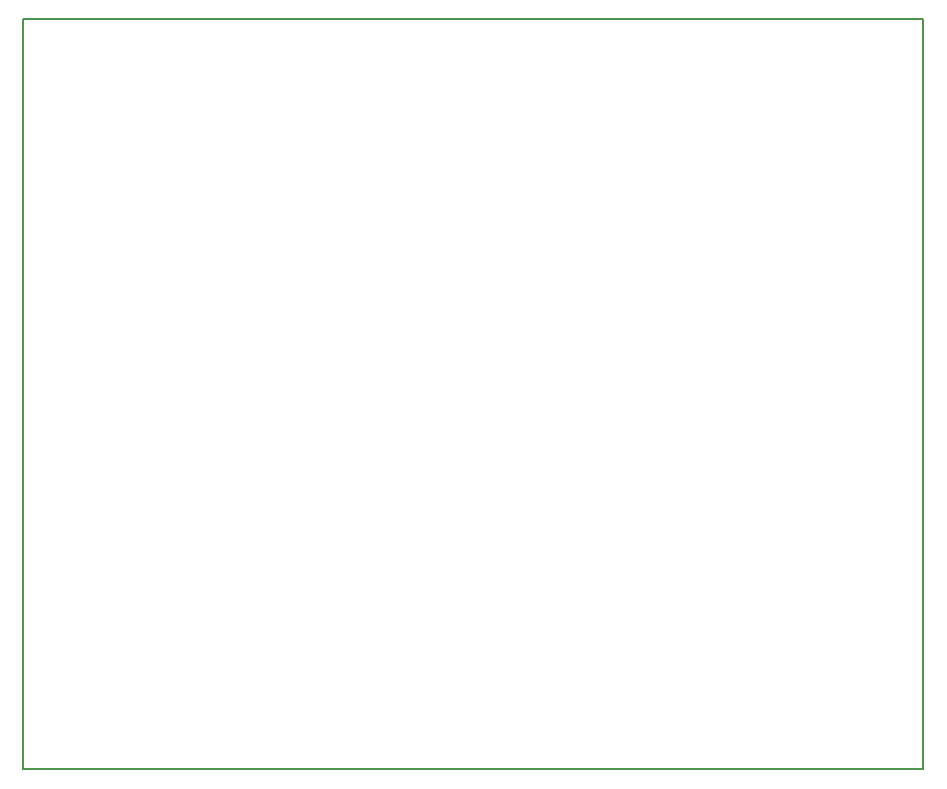
<source format=gbr>
G04 start of page 6 for group 4 idx 4 *
G04 Title: (unknown), outline *
G04 Creator: pcb 20110918 *
G04 CreationDate: Wed 16 Apr 2014 03:02:33 AM GMT UTC *
G04 For: commonadmin *
G04 Format: Gerber/RS-274X *
G04 PCB-Dimensions: 300000 250000 *
G04 PCB-Coordinate-Origin: lower left *
%MOIN*%
%FSLAX25Y25*%
%LNOUTLINE*%
%ADD78C,0.0060*%
G54D78*X0Y250000D02*Y0D01*
Y250000D02*X300000D01*
X0Y0D02*X300000D01*
Y250000D02*Y0D01*
M02*

</source>
